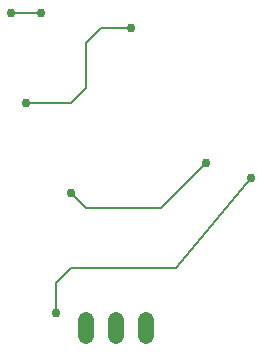
<source format=gbr>
G04 EAGLE Gerber RS-274X export*
G75*
%MOMM*%
%FSLAX34Y34*%
%LPD*%
%INBottom Copper*%
%IPPOS*%
%AMOC8*
5,1,8,0,0,1.08239X$1,22.5*%
G01*
%ADD10C,1.320800*%
%ADD11C,0.152400*%
%ADD12C,0.756400*%


D10*
X88900Y44196D02*
X88900Y57404D01*
X139700Y57404D02*
X139700Y44196D01*
X114300Y44196D02*
X114300Y57404D01*
D11*
X76200Y241300D02*
X88900Y254000D01*
X88900Y292100D01*
X101600Y304800D01*
X127000Y304800D01*
D12*
X127000Y304800D03*
X38100Y241300D03*
D11*
X76200Y241300D01*
D12*
X190500Y190500D03*
D11*
X152400Y152400D01*
X88900Y152400D01*
X76200Y165100D01*
D12*
X76200Y165100D03*
X25400Y317500D03*
D11*
X50800Y317500D01*
D12*
X50800Y317500D03*
X228600Y177800D03*
D11*
X165100Y101600D01*
X76200Y101600D01*
X63500Y88900D01*
X63500Y63500D01*
D12*
X63500Y63500D03*
M02*

</source>
